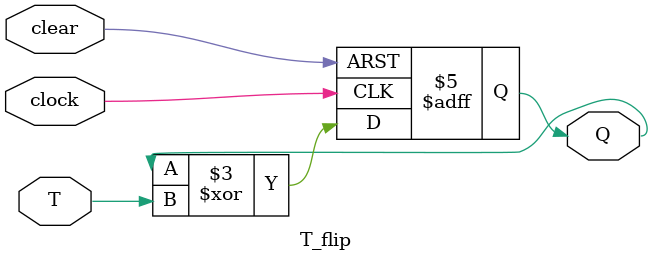
<source format=v>
/*  T flip-flop module */

module T_flip(output reg Q, input clear, input clock, input T);
	always @(negedge clock or posedge clear) begin
		if(clear == 1)
			Q = 0;
	else begin
		Q = Q ^ T;
	end
	end
	initial begin
		Q = 0;
	end
endmodule


</source>
